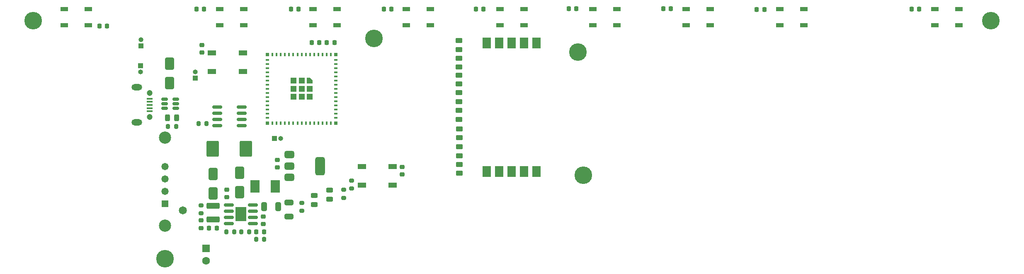
<source format=gbr>
%TF.GenerationSoftware,KiCad,Pcbnew,8.0.5*%
%TF.CreationDate,2025-02-04T15:21:29-08:00*%
%TF.ProjectId,MM36-Dash,4d4d3336-2d44-4617-9368-2e6b69636164,rev?*%
%TF.SameCoordinates,Original*%
%TF.FileFunction,Soldermask,Top*%
%TF.FilePolarity,Negative*%
%FSLAX46Y46*%
G04 Gerber Fmt 4.6, Leading zero omitted, Abs format (unit mm)*
G04 Created by KiCad (PCBNEW 8.0.5) date 2025-02-04 15:21:29*
%MOMM*%
%LPD*%
G01*
G04 APERTURE LIST*
G04 Aperture macros list*
%AMRoundRect*
0 Rectangle with rounded corners*
0 $1 Rounding radius*
0 $2 $3 $4 $5 $6 $7 $8 $9 X,Y pos of 4 corners*
0 Add a 4 corners polygon primitive as box body*
4,1,4,$2,$3,$4,$5,$6,$7,$8,$9,$2,$3,0*
0 Add four circle primitives for the rounded corners*
1,1,$1+$1,$2,$3*
1,1,$1+$1,$4,$5*
1,1,$1+$1,$6,$7*
1,1,$1+$1,$8,$9*
0 Add four rect primitives between the rounded corners*
20,1,$1+$1,$2,$3,$4,$5,0*
20,1,$1+$1,$4,$5,$6,$7,0*
20,1,$1+$1,$6,$7,$8,$9,0*
20,1,$1+$1,$8,$9,$2,$3,0*%
%AMFreePoly0*
4,1,6,0.600000,-0.600000,-0.600000,-0.600000,-0.600000,0.000000,0.000000,0.600000,0.600000,0.600000,0.600000,-0.600000,0.600000,-0.600000,$1*%
G04 Aperture macros list end*
%ADD10R,1.000000X1.000000*%
%ADD11O,1.000000X1.000000*%
%ADD12RoundRect,0.243750X-0.243750X-0.456250X0.243750X-0.456250X0.243750X0.456250X-0.243750X0.456250X0*%
%ADD13RoundRect,0.225000X-0.225000X-0.250000X0.225000X-0.250000X0.225000X0.250000X-0.225000X0.250000X0*%
%ADD14RoundRect,0.225000X0.225000X0.250000X-0.225000X0.250000X-0.225000X-0.250000X0.225000X-0.250000X0*%
%ADD15R,1.700000X1.000000*%
%ADD16RoundRect,0.250000X0.450000X-0.262500X0.450000X0.262500X-0.450000X0.262500X-0.450000X-0.262500X0*%
%ADD17RoundRect,0.150000X0.825000X0.150000X-0.825000X0.150000X-0.825000X-0.150000X0.825000X-0.150000X0*%
%ADD18R,1.500000X0.900000*%
%ADD19RoundRect,0.200000X0.200000X0.275000X-0.200000X0.275000X-0.200000X-0.275000X0.200000X-0.275000X0*%
%ADD20RoundRect,0.225000X0.250000X-0.225000X0.250000X0.225000X-0.250000X0.225000X-0.250000X-0.225000X0*%
%ADD21RoundRect,0.200000X-0.275000X0.200000X-0.275000X-0.200000X0.275000X-0.200000X0.275000X0.200000X0*%
%ADD22RoundRect,0.200000X0.275000X-0.200000X0.275000X0.200000X-0.275000X0.200000X-0.275000X-0.200000X0*%
%ADD23RoundRect,0.200000X-0.200000X-0.275000X0.200000X-0.275000X0.200000X0.275000X-0.200000X0.275000X0*%
%ADD24R,0.800000X0.800000*%
%ADD25R,1.200000X1.200000*%
%ADD26FreePoly0,270.000000*%
%ADD27R,0.800000X0.400000*%
%ADD28R,0.400000X0.800000*%
%ADD29RoundRect,0.250000X-0.650000X0.325000X-0.650000X-0.325000X0.650000X-0.325000X0.650000X0.325000X0*%
%ADD30RoundRect,0.243750X-0.456250X0.243750X-0.456250X-0.243750X0.456250X-0.243750X0.456250X0.243750X0*%
%ADD31RoundRect,0.250000X-1.075000X0.375000X-1.075000X-0.375000X1.075000X-0.375000X1.075000X0.375000X0*%
%ADD32RoundRect,0.225000X-0.250000X0.225000X-0.250000X-0.225000X0.250000X-0.225000X0.250000X0.225000X0*%
%ADD33RoundRect,0.250000X0.650000X-1.000000X0.650000X1.000000X-0.650000X1.000000X-0.650000X-1.000000X0*%
%ADD34C,1.600000*%
%ADD35R,1.600000X1.600000*%
%ADD36RoundRect,0.250000X-0.650000X1.000000X-0.650000X-1.000000X0.650000X-1.000000X0.650000X1.000000X0*%
%ADD37RoundRect,0.150000X-0.512500X-0.150000X0.512500X-0.150000X0.512500X0.150000X-0.512500X0.150000X0*%
%ADD38R,1.900000X2.500000*%
%ADD39RoundRect,0.250000X1.000000X-1.400000X1.000000X1.400000X-1.000000X1.400000X-1.000000X-1.400000X0*%
%ADD40R,2.290000X3.000000*%
%ADD41RoundRect,0.150000X-0.825000X-0.150000X0.825000X-0.150000X0.825000X0.150000X-0.825000X0.150000X0*%
%ADD42C,1.200000*%
%ADD43O,2.200000X1.300000*%
%ADD44R,1.250000X0.400000*%
%ADD45RoundRect,0.250000X0.325000X0.650000X-0.325000X0.650000X-0.325000X-0.650000X0.325000X-0.650000X0*%
%ADD46RoundRect,0.375000X-0.625000X-0.375000X0.625000X-0.375000X0.625000X0.375000X-0.625000X0.375000X0*%
%ADD47RoundRect,0.500000X-0.500000X-1.400000X0.500000X-1.400000X0.500000X1.400000X-0.500000X1.400000X0*%
%ADD48C,3.600000*%
%ADD49R,1.651000X2.311400*%
%ADD50C,2.500000*%
%ADD51C,1.650000*%
%ADD52R,1.478000X1.478000*%
%ADD53C,1.478000*%
G04 APERTURE END LIST*
D10*
%TO.C,J5*%
X141700000Y-135200000D03*
D11*
X141700000Y-133930000D03*
%TD*%
D10*
%TO.C,J1*%
X157830000Y-147600000D03*
D11*
X159100000Y-147600000D03*
%TD*%
D12*
%TO.C,D16*%
X137847500Y-143340000D03*
X135972500Y-143340000D03*
%TD*%
D13*
%TO.C,C21*%
X257900000Y-121150000D03*
X256350000Y-121150000D03*
%TD*%
D14*
%TO.C,C7*%
X144500000Y-165900000D03*
X146050000Y-165900000D03*
%TD*%
D15*
%TO.C,SW1*%
X175700000Y-153300000D03*
X182000000Y-153300000D03*
X175700000Y-157100000D03*
X182000000Y-157100000D03*
%TD*%
D13*
%TO.C,C17*%
X181750000Y-121050000D03*
X180200000Y-121050000D03*
%TD*%
%TO.C,C20*%
X238800000Y-121000000D03*
X237250000Y-121000000D03*
%TD*%
D16*
%TO.C,R9*%
X195600000Y-149275000D03*
X195600000Y-151100000D03*
%TD*%
D13*
%TO.C,C22*%
X289525000Y-121050000D03*
X287975000Y-121050000D03*
%TD*%
D17*
%TO.C,U4*%
X146200000Y-144960000D03*
X146200000Y-143690000D03*
X146200000Y-142420000D03*
X146200000Y-141150000D03*
X151150000Y-141150000D03*
X151150000Y-142420000D03*
X151150000Y-143690000D03*
X151150000Y-144960000D03*
%TD*%
D18*
%TO.C,D6*%
X227800000Y-121050000D03*
X227800000Y-124350000D03*
X222900000Y-124350000D03*
X222900000Y-121050000D03*
%TD*%
D19*
%TO.C,R3*%
X151050000Y-166697349D03*
X152700000Y-166697349D03*
%TD*%
D13*
%TO.C,C5*%
X170100000Y-127900000D03*
X168550000Y-127900000D03*
%TD*%
D20*
%TO.C,C13*%
X158450000Y-151950000D03*
X158450000Y-153500000D03*
%TD*%
D21*
%TO.C,R5*%
X163400000Y-162425000D03*
X163400000Y-160775000D03*
%TD*%
D22*
%TO.C,R11*%
X173600000Y-156175000D03*
X173600000Y-157825000D03*
%TD*%
D23*
%TO.C,R4*%
X155750000Y-168247349D03*
X154100000Y-168247349D03*
%TD*%
D18*
%TO.C,D13*%
X297650000Y-121050000D03*
X297650000Y-124350000D03*
X292750000Y-124350000D03*
X292750000Y-121050000D03*
%TD*%
D14*
%TO.C,C10*%
X154150000Y-166697349D03*
X155700000Y-166697349D03*
%TD*%
D24*
%TO.C,U1*%
X170400000Y-144400000D03*
X156400000Y-144400000D03*
X156400000Y-130400000D03*
X170400000Y-130400000D03*
D25*
X161750000Y-139050000D03*
X163400000Y-139050000D03*
X165050000Y-139050000D03*
X161750000Y-137400000D03*
X163400000Y-137400000D03*
X165050000Y-137400000D03*
X161750000Y-135750000D03*
X163400000Y-135750000D03*
D26*
X165050000Y-135750000D03*
D27*
X170400000Y-131450000D03*
X170400000Y-132300000D03*
X170400000Y-133150000D03*
X170400000Y-134000000D03*
X170400000Y-134850000D03*
X170400000Y-135700000D03*
X170400000Y-136550000D03*
X170400000Y-137400000D03*
X170400000Y-138250000D03*
X170400000Y-139100000D03*
X170400000Y-139950000D03*
X170400000Y-140800000D03*
X170400000Y-141650000D03*
X170400000Y-142500000D03*
X170400000Y-143350000D03*
D28*
X169350000Y-144400000D03*
X168500000Y-144400000D03*
X167650000Y-144400000D03*
X166800000Y-144400000D03*
X165950000Y-144400000D03*
X165100000Y-144400000D03*
X164250000Y-144400000D03*
X163400000Y-144400000D03*
X162550000Y-144400000D03*
X161700000Y-144400000D03*
X160850000Y-144400000D03*
X160000000Y-144400000D03*
X159150000Y-144400000D03*
X158300000Y-144400000D03*
X157450000Y-144400000D03*
D27*
X156400000Y-143350000D03*
X156400000Y-142500000D03*
X156400000Y-141650000D03*
X156400000Y-140800000D03*
X156400000Y-139950000D03*
X156400000Y-139100000D03*
X156400000Y-138250000D03*
X156400000Y-137400000D03*
X156400000Y-136550000D03*
X156400000Y-135700000D03*
X156400000Y-134850000D03*
X156400000Y-134000000D03*
X156400000Y-133150000D03*
X156400000Y-132300000D03*
X156400000Y-131450000D03*
D28*
X157450000Y-130400000D03*
X158300000Y-130400000D03*
X159150000Y-130400000D03*
X160000000Y-130400000D03*
X160850000Y-130400000D03*
X161700000Y-130400000D03*
X162550000Y-130400000D03*
X163400000Y-130400000D03*
X164250000Y-130400000D03*
X165100000Y-130400000D03*
X165950000Y-130400000D03*
X166800000Y-130400000D03*
X167650000Y-130400000D03*
X168500000Y-130400000D03*
X169350000Y-130400000D03*
%TD*%
D18*
%TO.C,D1*%
X114950000Y-124350000D03*
X114950000Y-121050000D03*
X119850000Y-121050000D03*
X119850000Y-124350000D03*
%TD*%
D14*
%TO.C,C4*%
X165450000Y-127900000D03*
X167000000Y-127900000D03*
%TD*%
D16*
%TO.C,R13*%
X195500000Y-134587500D03*
X195500000Y-136412500D03*
%TD*%
%TO.C,R10*%
X195600000Y-152887500D03*
X195600000Y-154712500D03*
%TD*%
D29*
%TO.C,C12*%
X160800000Y-163600000D03*
X160800000Y-160650000D03*
%TD*%
D18*
%TO.C,D7*%
X246850000Y-121050000D03*
X246850000Y-124350000D03*
X241950000Y-124350000D03*
X241950000Y-121050000D03*
%TD*%
%TO.C,D5*%
X208800000Y-121050000D03*
X208800000Y-124350000D03*
X203900000Y-124350000D03*
X203900000Y-121050000D03*
%TD*%
D13*
%TO.C,C18*%
X200550000Y-121050000D03*
X199000000Y-121050000D03*
%TD*%
D18*
%TO.C,D10*%
X265950000Y-121100000D03*
X265950000Y-124400000D03*
X261050000Y-124400000D03*
X261050000Y-121100000D03*
%TD*%
D15*
%TO.C,SW2*%
X151400000Y-133850000D03*
X145100000Y-133850000D03*
X151400000Y-130050000D03*
X145100000Y-130050000D03*
%TD*%
D19*
%TO.C,R8*%
X137750000Y-145100000D03*
X136100000Y-145100000D03*
%TD*%
D30*
%TO.C,D15*%
X169150000Y-160037500D03*
X169150000Y-158162500D03*
%TD*%
D18*
%TO.C,D4*%
X189700000Y-121050000D03*
X189700000Y-124350000D03*
X184800000Y-124350000D03*
X184800000Y-121050000D03*
%TD*%
D16*
%TO.C,R17*%
X195550000Y-141850000D03*
X195550000Y-143675000D03*
%TD*%
%TO.C,R14*%
X195500000Y-138175000D03*
X195500000Y-140000000D03*
%TD*%
D13*
%TO.C,C19*%
X219525000Y-121000000D03*
X217975000Y-121000000D03*
%TD*%
D31*
%TO.C,L1*%
X145350000Y-164150000D03*
X145350000Y-161350000D03*
%TD*%
D11*
%TO.C,J4*%
X130575000Y-127305000D03*
D10*
X130575000Y-128575000D03*
%TD*%
D32*
%TO.C,C8*%
X155600000Y-165097349D03*
X155600000Y-163547349D03*
%TD*%
D30*
%TO.C,D12*%
X166000000Y-161137500D03*
X166000000Y-159262500D03*
%TD*%
D14*
%TO.C,C14*%
X122100000Y-124500000D03*
X123650000Y-124500000D03*
%TD*%
D13*
%TO.C,C16*%
X162750000Y-121050000D03*
X161200000Y-121050000D03*
%TD*%
D18*
%TO.C,D2*%
X151600000Y-121050000D03*
X151600000Y-124350000D03*
X146700000Y-124350000D03*
X146700000Y-121050000D03*
%TD*%
D33*
%TO.C,D11*%
X150750000Y-154597349D03*
X150750000Y-158597349D03*
%TD*%
D11*
%TO.C,J2*%
X130500000Y-133970000D03*
D10*
X130500000Y-132700000D03*
%TD*%
D34*
%TO.C,C2*%
X143850000Y-172600000D03*
D35*
X143850000Y-170100000D03*
%TD*%
D36*
%TO.C,D14*%
X136450000Y-136200000D03*
X136450000Y-132200000D03*
%TD*%
D37*
%TO.C,U7*%
X137725000Y-139500000D03*
X137725000Y-140450000D03*
X137725000Y-141400000D03*
X135450000Y-141400000D03*
X135450000Y-140450000D03*
X135450000Y-139500000D03*
%TD*%
D20*
%TO.C,C6*%
X143000000Y-128425000D03*
X143000000Y-129975000D03*
%TD*%
D33*
%TO.C,D9*%
X145300000Y-154850000D03*
X145300000Y-158850000D03*
%TD*%
D38*
%TO.C,L2*%
X158000000Y-157397349D03*
X153900000Y-157397349D03*
%TD*%
D39*
%TO.C,D8*%
X152050000Y-149700000D03*
X145250000Y-149700000D03*
%TD*%
D20*
%TO.C,C9*%
X148100000Y-158047349D03*
X148100000Y-159597349D03*
%TD*%
D40*
%TO.C,U2*%
X150970000Y-163097349D03*
D41*
X153445000Y-161192349D03*
X153445000Y-162462349D03*
X153445000Y-163732349D03*
X153445000Y-165002349D03*
X148495000Y-165002349D03*
X148495000Y-163732349D03*
X148495000Y-162462349D03*
X148495000Y-161192349D03*
%TD*%
D42*
%TO.C,USB1*%
X132350000Y-143125000D03*
D43*
X129700000Y-144300000D03*
X129700000Y-137100000D03*
D42*
X132350000Y-138275000D03*
D44*
X132350000Y-142000000D03*
X132350000Y-141350000D03*
X132350000Y-140700000D03*
X132350000Y-140050000D03*
X132350000Y-139400000D03*
%TD*%
D13*
%TO.C,C15*%
X143450000Y-121050000D03*
X141900000Y-121050000D03*
%TD*%
D16*
%TO.C,R18*%
X195550000Y-127500000D03*
X195550000Y-129325000D03*
%TD*%
D18*
%TO.C,D3*%
X170650000Y-121050000D03*
X170650000Y-124350000D03*
X165750000Y-124350000D03*
X165750000Y-121050000D03*
%TD*%
D45*
%TO.C,C11*%
X155700000Y-161547349D03*
X158650000Y-161547349D03*
%TD*%
D23*
%TO.C,R2*%
X149650000Y-166697349D03*
X148000000Y-166697349D03*
%TD*%
%TO.C,R7*%
X144000000Y-144500000D03*
X142350000Y-144500000D03*
%TD*%
D21*
%TO.C,R1*%
X142850000Y-162925000D03*
X142850000Y-161275000D03*
%TD*%
D20*
%TO.C,C3*%
X183900000Y-153425000D03*
X183900000Y-154975000D03*
%TD*%
D16*
%TO.C,R12*%
X195550000Y-131100000D03*
X195550000Y-132925000D03*
%TD*%
%TO.C,R16*%
X195600000Y-145600000D03*
X195600000Y-147425000D03*
%TD*%
D46*
%TO.C,U3*%
X160900000Y-155500000D03*
D47*
X167200000Y-153200000D03*
D46*
X160900000Y-153200000D03*
X160900000Y-150900000D03*
%TD*%
D32*
%TO.C,C1*%
X142850000Y-165900000D03*
X142850000Y-164350000D03*
%TD*%
D22*
%TO.C,R6*%
X172000000Y-158075000D03*
X172000000Y-159725000D03*
%TD*%
D48*
%TO.C,H1*%
X135500000Y-172200000D03*
%TD*%
%TO.C,H1*%
X108579996Y-123443576D03*
%TD*%
%TO.C,REF\u002A\u002A*%
X178200000Y-127100000D03*
%TD*%
%TO.C,REF\u002A\u002A*%
X219850000Y-129850000D03*
%TD*%
%TO.C,REF\u002A\u002A*%
X304133706Y-123443576D03*
%TD*%
%TO.C,REF\u002A\u002A*%
X220896696Y-155104076D03*
%TD*%
D49*
%TO.C,LED1*%
X211400000Y-128050000D03*
X208860000Y-128050000D03*
X206320000Y-128050000D03*
X203780000Y-128050000D03*
X201240000Y-128050000D03*
X201240000Y-154339000D03*
X203780000Y-154339000D03*
X206320000Y-154339000D03*
X208860000Y-154339000D03*
X211400000Y-154339000D03*
%TD*%
D50*
%TO.C,J3*%
X135512500Y-165410000D03*
D51*
X139112500Y-162300000D03*
D50*
X135512500Y-147410000D03*
D52*
X135512500Y-160910000D03*
D53*
X135512500Y-158370000D03*
X135512500Y-155830000D03*
X135512500Y-153290000D03*
%TD*%
M02*

</source>
